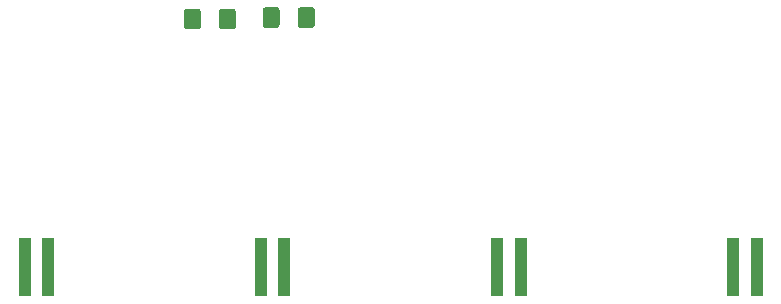
<source format=gtp>
G04 #@! TF.GenerationSoftware,KiCad,Pcbnew,(5.0.2)-1*
G04 #@! TF.CreationDate,2022-03-15T14:53:39+05:30*
G04 #@! TF.ProjectId,4ESC_board,34455343-5f62-46f6-9172-642e6b696361,rev?*
G04 #@! TF.SameCoordinates,Original*
G04 #@! TF.FileFunction,Paste,Top*
G04 #@! TF.FilePolarity,Positive*
%FSLAX46Y46*%
G04 Gerber Fmt 4.6, Leading zero omitted, Abs format (unit mm)*
G04 Created by KiCad (PCBNEW (5.0.2)-1) date 03/15/22 14:53:39*
%MOMM*%
%LPD*%
G01*
G04 APERTURE LIST*
%ADD10R,1.000000X5.000000*%
%ADD11C,0.100000*%
%ADD12C,1.425000*%
G04 APERTURE END LIST*
D10*
G04 #@! TO.C,U4*
X147500000Y-63000000D03*
X149500000Y-63000000D03*
G04 #@! TD*
G04 #@! TO.C,U3*
X127500000Y-63000000D03*
X129500000Y-63000000D03*
G04 #@! TD*
G04 #@! TO.C,U2*
X107500000Y-63000000D03*
X109500000Y-63000000D03*
G04 #@! TD*
G04 #@! TO.C,U1*
X87500000Y-63000000D03*
X89500000Y-63000000D03*
G04 #@! TD*
D11*
G04 #@! TO.C,D1*
G36*
X102185404Y-41112404D02*
X102209673Y-41116004D01*
X102233471Y-41121965D01*
X102256571Y-41130230D01*
X102278749Y-41140720D01*
X102299793Y-41153333D01*
X102319498Y-41167947D01*
X102337677Y-41184423D01*
X102354153Y-41202602D01*
X102368767Y-41222307D01*
X102381380Y-41243351D01*
X102391870Y-41265529D01*
X102400135Y-41288629D01*
X102406096Y-41312427D01*
X102409696Y-41336696D01*
X102410900Y-41361200D01*
X102410900Y-42611200D01*
X102409696Y-42635704D01*
X102406096Y-42659973D01*
X102400135Y-42683771D01*
X102391870Y-42706871D01*
X102381380Y-42729049D01*
X102368767Y-42750093D01*
X102354153Y-42769798D01*
X102337677Y-42787977D01*
X102319498Y-42804453D01*
X102299793Y-42819067D01*
X102278749Y-42831680D01*
X102256571Y-42842170D01*
X102233471Y-42850435D01*
X102209673Y-42856396D01*
X102185404Y-42859996D01*
X102160900Y-42861200D01*
X101235900Y-42861200D01*
X101211396Y-42859996D01*
X101187127Y-42856396D01*
X101163329Y-42850435D01*
X101140229Y-42842170D01*
X101118051Y-42831680D01*
X101097007Y-42819067D01*
X101077302Y-42804453D01*
X101059123Y-42787977D01*
X101042647Y-42769798D01*
X101028033Y-42750093D01*
X101015420Y-42729049D01*
X101004930Y-42706871D01*
X100996665Y-42683771D01*
X100990704Y-42659973D01*
X100987104Y-42635704D01*
X100985900Y-42611200D01*
X100985900Y-41361200D01*
X100987104Y-41336696D01*
X100990704Y-41312427D01*
X100996665Y-41288629D01*
X101004930Y-41265529D01*
X101015420Y-41243351D01*
X101028033Y-41222307D01*
X101042647Y-41202602D01*
X101059123Y-41184423D01*
X101077302Y-41167947D01*
X101097007Y-41153333D01*
X101118051Y-41140720D01*
X101140229Y-41130230D01*
X101163329Y-41121965D01*
X101187127Y-41116004D01*
X101211396Y-41112404D01*
X101235900Y-41111200D01*
X102160900Y-41111200D01*
X102185404Y-41112404D01*
X102185404Y-41112404D01*
G37*
D12*
X101698400Y-41986200D03*
D11*
G36*
X105160404Y-41112404D02*
X105184673Y-41116004D01*
X105208471Y-41121965D01*
X105231571Y-41130230D01*
X105253749Y-41140720D01*
X105274793Y-41153333D01*
X105294498Y-41167947D01*
X105312677Y-41184423D01*
X105329153Y-41202602D01*
X105343767Y-41222307D01*
X105356380Y-41243351D01*
X105366870Y-41265529D01*
X105375135Y-41288629D01*
X105381096Y-41312427D01*
X105384696Y-41336696D01*
X105385900Y-41361200D01*
X105385900Y-42611200D01*
X105384696Y-42635704D01*
X105381096Y-42659973D01*
X105375135Y-42683771D01*
X105366870Y-42706871D01*
X105356380Y-42729049D01*
X105343767Y-42750093D01*
X105329153Y-42769798D01*
X105312677Y-42787977D01*
X105294498Y-42804453D01*
X105274793Y-42819067D01*
X105253749Y-42831680D01*
X105231571Y-42842170D01*
X105208471Y-42850435D01*
X105184673Y-42856396D01*
X105160404Y-42859996D01*
X105135900Y-42861200D01*
X104210900Y-42861200D01*
X104186396Y-42859996D01*
X104162127Y-42856396D01*
X104138329Y-42850435D01*
X104115229Y-42842170D01*
X104093051Y-42831680D01*
X104072007Y-42819067D01*
X104052302Y-42804453D01*
X104034123Y-42787977D01*
X104017647Y-42769798D01*
X104003033Y-42750093D01*
X103990420Y-42729049D01*
X103979930Y-42706871D01*
X103971665Y-42683771D01*
X103965704Y-42659973D01*
X103962104Y-42635704D01*
X103960900Y-42611200D01*
X103960900Y-41361200D01*
X103962104Y-41336696D01*
X103965704Y-41312427D01*
X103971665Y-41288629D01*
X103979930Y-41265529D01*
X103990420Y-41243351D01*
X104003033Y-41222307D01*
X104017647Y-41202602D01*
X104034123Y-41184423D01*
X104052302Y-41167947D01*
X104072007Y-41153333D01*
X104093051Y-41140720D01*
X104115229Y-41130230D01*
X104138329Y-41121965D01*
X104162127Y-41116004D01*
X104186396Y-41112404D01*
X104210900Y-41111200D01*
X105135900Y-41111200D01*
X105160404Y-41112404D01*
X105160404Y-41112404D01*
G37*
D12*
X104673400Y-41986200D03*
G04 #@! TD*
D11*
G04 #@! TO.C,R1*
G36*
X111840604Y-40985404D02*
X111864873Y-40989004D01*
X111888671Y-40994965D01*
X111911771Y-41003230D01*
X111933949Y-41013720D01*
X111954993Y-41026333D01*
X111974698Y-41040947D01*
X111992877Y-41057423D01*
X112009353Y-41075602D01*
X112023967Y-41095307D01*
X112036580Y-41116351D01*
X112047070Y-41138529D01*
X112055335Y-41161629D01*
X112061296Y-41185427D01*
X112064896Y-41209696D01*
X112066100Y-41234200D01*
X112066100Y-42484200D01*
X112064896Y-42508704D01*
X112061296Y-42532973D01*
X112055335Y-42556771D01*
X112047070Y-42579871D01*
X112036580Y-42602049D01*
X112023967Y-42623093D01*
X112009353Y-42642798D01*
X111992877Y-42660977D01*
X111974698Y-42677453D01*
X111954993Y-42692067D01*
X111933949Y-42704680D01*
X111911771Y-42715170D01*
X111888671Y-42723435D01*
X111864873Y-42729396D01*
X111840604Y-42732996D01*
X111816100Y-42734200D01*
X110891100Y-42734200D01*
X110866596Y-42732996D01*
X110842327Y-42729396D01*
X110818529Y-42723435D01*
X110795429Y-42715170D01*
X110773251Y-42704680D01*
X110752207Y-42692067D01*
X110732502Y-42677453D01*
X110714323Y-42660977D01*
X110697847Y-42642798D01*
X110683233Y-42623093D01*
X110670620Y-42602049D01*
X110660130Y-42579871D01*
X110651865Y-42556771D01*
X110645904Y-42532973D01*
X110642304Y-42508704D01*
X110641100Y-42484200D01*
X110641100Y-41234200D01*
X110642304Y-41209696D01*
X110645904Y-41185427D01*
X110651865Y-41161629D01*
X110660130Y-41138529D01*
X110670620Y-41116351D01*
X110683233Y-41095307D01*
X110697847Y-41075602D01*
X110714323Y-41057423D01*
X110732502Y-41040947D01*
X110752207Y-41026333D01*
X110773251Y-41013720D01*
X110795429Y-41003230D01*
X110818529Y-40994965D01*
X110842327Y-40989004D01*
X110866596Y-40985404D01*
X110891100Y-40984200D01*
X111816100Y-40984200D01*
X111840604Y-40985404D01*
X111840604Y-40985404D01*
G37*
D12*
X111353600Y-41859200D03*
D11*
G36*
X108865604Y-40985404D02*
X108889873Y-40989004D01*
X108913671Y-40994965D01*
X108936771Y-41003230D01*
X108958949Y-41013720D01*
X108979993Y-41026333D01*
X108999698Y-41040947D01*
X109017877Y-41057423D01*
X109034353Y-41075602D01*
X109048967Y-41095307D01*
X109061580Y-41116351D01*
X109072070Y-41138529D01*
X109080335Y-41161629D01*
X109086296Y-41185427D01*
X109089896Y-41209696D01*
X109091100Y-41234200D01*
X109091100Y-42484200D01*
X109089896Y-42508704D01*
X109086296Y-42532973D01*
X109080335Y-42556771D01*
X109072070Y-42579871D01*
X109061580Y-42602049D01*
X109048967Y-42623093D01*
X109034353Y-42642798D01*
X109017877Y-42660977D01*
X108999698Y-42677453D01*
X108979993Y-42692067D01*
X108958949Y-42704680D01*
X108936771Y-42715170D01*
X108913671Y-42723435D01*
X108889873Y-42729396D01*
X108865604Y-42732996D01*
X108841100Y-42734200D01*
X107916100Y-42734200D01*
X107891596Y-42732996D01*
X107867327Y-42729396D01*
X107843529Y-42723435D01*
X107820429Y-42715170D01*
X107798251Y-42704680D01*
X107777207Y-42692067D01*
X107757502Y-42677453D01*
X107739323Y-42660977D01*
X107722847Y-42642798D01*
X107708233Y-42623093D01*
X107695620Y-42602049D01*
X107685130Y-42579871D01*
X107676865Y-42556771D01*
X107670904Y-42532973D01*
X107667304Y-42508704D01*
X107666100Y-42484200D01*
X107666100Y-41234200D01*
X107667304Y-41209696D01*
X107670904Y-41185427D01*
X107676865Y-41161629D01*
X107685130Y-41138529D01*
X107695620Y-41116351D01*
X107708233Y-41095307D01*
X107722847Y-41075602D01*
X107739323Y-41057423D01*
X107757502Y-41040947D01*
X107777207Y-41026333D01*
X107798251Y-41013720D01*
X107820429Y-41003230D01*
X107843529Y-40994965D01*
X107867327Y-40989004D01*
X107891596Y-40985404D01*
X107916100Y-40984200D01*
X108841100Y-40984200D01*
X108865604Y-40985404D01*
X108865604Y-40985404D01*
G37*
D12*
X108378600Y-41859200D03*
G04 #@! TD*
M02*

</source>
